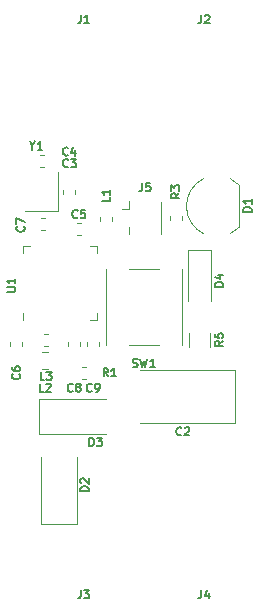
<source format=gbr>
G04 #@! TF.GenerationSoftware,KiCad,Pcbnew,5.1.5*
G04 #@! TF.CreationDate,2020-03-24T00:38:53+03:00*
G04 #@! TF.ProjectId,nordic-switch,6e6f7264-6963-42d7-9377-697463682e6b,1.0*
G04 #@! TF.SameCoordinates,Original*
G04 #@! TF.FileFunction,Legend,Top*
G04 #@! TF.FilePolarity,Positive*
%FSLAX46Y46*%
G04 Gerber Fmt 4.6, Leading zero omitted, Abs format (unit mm)*
G04 Created by KiCad (PCBNEW 5.1.5) date 2020-03-24 00:38:53*
%MOMM*%
%LPD*%
G04 APERTURE LIST*
%ADD10C,0.120000*%
%ADD11C,0.150000*%
G04 APERTURE END LIST*
D10*
X135778922Y-103590000D02*
X136296078Y-103590000D01*
X135778922Y-105010000D02*
X136296078Y-105010000D01*
X145885000Y-90850000D02*
X145885000Y-93550000D01*
X143165000Y-91440000D02*
X142535000Y-91440000D01*
X143165000Y-93600000D02*
X143165000Y-92960000D01*
X143165000Y-90800000D02*
X143165000Y-91440000D01*
X150100000Y-99250000D02*
X150100000Y-94950000D01*
X150100000Y-94950000D02*
X148100000Y-94950000D01*
X148100000Y-94950000D02*
X148100000Y-99250000D01*
X150010000Y-101897936D02*
X150010000Y-103102064D01*
X148190000Y-101897936D02*
X148190000Y-103102064D01*
X140690000Y-92475279D02*
X140690000Y-92149721D01*
X141710000Y-92475279D02*
X141710000Y-92149721D01*
X139050279Y-93610000D02*
X138724721Y-93610000D01*
X139050279Y-92590000D02*
X138724721Y-92590000D01*
X139475279Y-105810000D02*
X139149721Y-105810000D01*
X139475279Y-104790000D02*
X139149721Y-104790000D01*
X152450000Y-93000000D02*
X152450000Y-89400000D01*
X151722795Y-93524184D02*
G75*
G03X152450000Y-93000000I-1122795J2324184D01*
G01*
X149501193Y-93556400D02*
G75*
G02X148000000Y-91200000I1098807J2356400D01*
G01*
X149501193Y-88843600D02*
G75*
G03X148000000Y-91200000I1098807J-2356400D01*
G01*
X151722795Y-88875816D02*
G75*
G02X152450000Y-89400000I-1122795J-2324184D01*
G01*
X147610000Y-92037221D02*
X147610000Y-92362779D01*
X146590000Y-92037221D02*
X146590000Y-92362779D01*
X141200000Y-107500000D02*
X135500000Y-107500000D01*
X135500000Y-107500000D02*
X135500000Y-110500000D01*
X135500000Y-110500000D02*
X141200000Y-110500000D01*
X135700000Y-112400000D02*
X135700000Y-118100000D01*
X135700000Y-118100000D02*
X138700000Y-118100000D01*
X138700000Y-118100000D02*
X138700000Y-112400000D01*
X144050000Y-109560000D02*
X152110000Y-109560000D01*
X152110000Y-109560000D02*
X152110000Y-105040000D01*
X152110000Y-105040000D02*
X144050000Y-105040000D01*
X134300000Y-91625000D02*
X137100000Y-91625000D01*
X137100000Y-91625000D02*
X137100000Y-88325000D01*
X134190000Y-95140000D02*
X134190000Y-94590000D01*
X134190000Y-94590000D02*
X134740000Y-94590000D01*
X140410000Y-100260000D02*
X140410000Y-100810000D01*
X140410000Y-100810000D02*
X139860000Y-100810000D01*
X140410000Y-95140000D02*
X140410000Y-94590000D01*
X140410000Y-94590000D02*
X139860000Y-94590000D01*
X134190000Y-100260000D02*
X134190000Y-100810000D01*
X136250279Y-103010000D02*
X135924721Y-103010000D01*
X136250279Y-101990000D02*
X135924721Y-101990000D01*
X135950279Y-87910000D02*
X135624721Y-87910000D01*
X135950279Y-86890000D02*
X135624721Y-86890000D01*
X138610000Y-89824721D02*
X138610000Y-90150279D01*
X137590000Y-89824721D02*
X137590000Y-90150279D01*
X140610000Y-102724721D02*
X140610000Y-103050279D01*
X139590000Y-102724721D02*
X139590000Y-103050279D01*
X139010000Y-102724721D02*
X139010000Y-103050279D01*
X137990000Y-102724721D02*
X137990000Y-103050279D01*
X135724721Y-92190000D02*
X136050279Y-92190000D01*
X135724721Y-93210000D02*
X136050279Y-93210000D01*
X134110000Y-102724721D02*
X134110000Y-103050279D01*
X133090000Y-102724721D02*
X133090000Y-103050279D01*
X147630000Y-102980000D02*
X147600000Y-102980000D01*
X141170000Y-102980000D02*
X141200000Y-102980000D01*
X141170000Y-96520000D02*
X141200000Y-96520000D01*
X147600000Y-96520000D02*
X147630000Y-96520000D01*
X145700000Y-102980000D02*
X143100000Y-102980000D01*
X147630000Y-96520000D02*
X147630000Y-102980000D01*
X145700000Y-96520000D02*
X143100000Y-96520000D01*
X141170000Y-96520000D02*
X141170000Y-102980000D01*
D11*
X135920833Y-106916666D02*
X135587500Y-106916666D01*
X135587500Y-106216666D01*
X136120833Y-106283333D02*
X136154166Y-106250000D01*
X136220833Y-106216666D01*
X136387500Y-106216666D01*
X136454166Y-106250000D01*
X136487500Y-106283333D01*
X136520833Y-106350000D01*
X136520833Y-106416666D01*
X136487500Y-106516666D01*
X136087500Y-106916666D01*
X136520833Y-106916666D01*
X144266666Y-89216666D02*
X144266666Y-89716666D01*
X144233333Y-89816666D01*
X144166666Y-89883333D01*
X144066666Y-89916666D01*
X144000000Y-89916666D01*
X144933333Y-89216666D02*
X144600000Y-89216666D01*
X144566666Y-89550000D01*
X144600000Y-89516666D01*
X144666666Y-89483333D01*
X144833333Y-89483333D01*
X144900000Y-89516666D01*
X144933333Y-89550000D01*
X144966666Y-89616666D01*
X144966666Y-89783333D01*
X144933333Y-89850000D01*
X144900000Y-89883333D01*
X144833333Y-89916666D01*
X144666666Y-89916666D01*
X144600000Y-89883333D01*
X144566666Y-89850000D01*
X151116666Y-98016666D02*
X150416666Y-98016666D01*
X150416666Y-97850000D01*
X150450000Y-97750000D01*
X150516666Y-97683333D01*
X150583333Y-97650000D01*
X150716666Y-97616666D01*
X150816666Y-97616666D01*
X150950000Y-97650000D01*
X151016666Y-97683333D01*
X151083333Y-97750000D01*
X151116666Y-97850000D01*
X151116666Y-98016666D01*
X150650000Y-97016666D02*
X151116666Y-97016666D01*
X150383333Y-97183333D02*
X150883333Y-97350000D01*
X150883333Y-96916666D01*
X151116666Y-102616666D02*
X150783333Y-102850000D01*
X151116666Y-103016666D02*
X150416666Y-103016666D01*
X150416666Y-102750000D01*
X150450000Y-102683333D01*
X150483333Y-102650000D01*
X150550000Y-102616666D01*
X150650000Y-102616666D01*
X150716666Y-102650000D01*
X150750000Y-102683333D01*
X150783333Y-102750000D01*
X150783333Y-103016666D01*
X150416666Y-101983333D02*
X150416666Y-102316666D01*
X150750000Y-102350000D01*
X150716666Y-102316666D01*
X150683333Y-102250000D01*
X150683333Y-102083333D01*
X150716666Y-102016666D01*
X150750000Y-101983333D01*
X150816666Y-101950000D01*
X150983333Y-101950000D01*
X151050000Y-101983333D01*
X151083333Y-102016666D01*
X151116666Y-102083333D01*
X151116666Y-102250000D01*
X151083333Y-102316666D01*
X151050000Y-102350000D01*
X141516666Y-90416666D02*
X141516666Y-90750000D01*
X140816666Y-90750000D01*
X141516666Y-89816666D02*
X141516666Y-90216666D01*
X141516666Y-90016666D02*
X140816666Y-90016666D01*
X140916666Y-90083333D01*
X140983333Y-90150000D01*
X141016666Y-90216666D01*
X138783333Y-92150000D02*
X138750000Y-92183333D01*
X138650000Y-92216666D01*
X138583333Y-92216666D01*
X138483333Y-92183333D01*
X138416666Y-92116666D01*
X138383333Y-92050000D01*
X138350000Y-91916666D01*
X138350000Y-91816666D01*
X138383333Y-91683333D01*
X138416666Y-91616666D01*
X138483333Y-91550000D01*
X138583333Y-91516666D01*
X138650000Y-91516666D01*
X138750000Y-91550000D01*
X138783333Y-91583333D01*
X139416666Y-91516666D02*
X139083333Y-91516666D01*
X139050000Y-91850000D01*
X139083333Y-91816666D01*
X139150000Y-91783333D01*
X139316666Y-91783333D01*
X139383333Y-91816666D01*
X139416666Y-91850000D01*
X139450000Y-91916666D01*
X139450000Y-92083333D01*
X139416666Y-92150000D01*
X139383333Y-92183333D01*
X139316666Y-92216666D01*
X139150000Y-92216666D01*
X139083333Y-92183333D01*
X139050000Y-92150000D01*
X149266666Y-75016666D02*
X149266666Y-75516666D01*
X149233333Y-75616666D01*
X149166666Y-75683333D01*
X149066666Y-75716666D01*
X149000000Y-75716666D01*
X149566666Y-75083333D02*
X149600000Y-75050000D01*
X149666666Y-75016666D01*
X149833333Y-75016666D01*
X149900000Y-75050000D01*
X149933333Y-75083333D01*
X149966666Y-75150000D01*
X149966666Y-75216666D01*
X149933333Y-75316666D01*
X149533333Y-75716666D01*
X149966666Y-75716666D01*
X141383333Y-105616666D02*
X141150000Y-105283333D01*
X140983333Y-105616666D02*
X140983333Y-104916666D01*
X141250000Y-104916666D01*
X141316666Y-104950000D01*
X141350000Y-104983333D01*
X141383333Y-105050000D01*
X141383333Y-105150000D01*
X141350000Y-105216666D01*
X141316666Y-105250000D01*
X141250000Y-105283333D01*
X140983333Y-105283333D01*
X142050000Y-105616666D02*
X141650000Y-105616666D01*
X141850000Y-105616666D02*
X141850000Y-104916666D01*
X141783333Y-105016666D01*
X141716666Y-105083333D01*
X141650000Y-105116666D01*
X153516666Y-91656666D02*
X152816666Y-91656666D01*
X152816666Y-91490000D01*
X152850000Y-91390000D01*
X152916666Y-91323333D01*
X152983333Y-91290000D01*
X153116666Y-91256666D01*
X153216666Y-91256666D01*
X153350000Y-91290000D01*
X153416666Y-91323333D01*
X153483333Y-91390000D01*
X153516666Y-91490000D01*
X153516666Y-91656666D01*
X153516666Y-90590000D02*
X153516666Y-90990000D01*
X153516666Y-90790000D02*
X152816666Y-90790000D01*
X152916666Y-90856666D01*
X152983333Y-90923333D01*
X153016666Y-90990000D01*
X147416666Y-90116666D02*
X147083333Y-90350000D01*
X147416666Y-90516666D02*
X146716666Y-90516666D01*
X146716666Y-90250000D01*
X146750000Y-90183333D01*
X146783333Y-90150000D01*
X146850000Y-90116666D01*
X146950000Y-90116666D01*
X147016666Y-90150000D01*
X147050000Y-90183333D01*
X147083333Y-90250000D01*
X147083333Y-90516666D01*
X146716666Y-89883333D02*
X146716666Y-89450000D01*
X146983333Y-89683333D01*
X146983333Y-89583333D01*
X147016666Y-89516666D01*
X147050000Y-89483333D01*
X147116666Y-89450000D01*
X147283333Y-89450000D01*
X147350000Y-89483333D01*
X147383333Y-89516666D01*
X147416666Y-89583333D01*
X147416666Y-89783333D01*
X147383333Y-89850000D01*
X147350000Y-89883333D01*
X139783333Y-111516666D02*
X139783333Y-110816666D01*
X139950000Y-110816666D01*
X140050000Y-110850000D01*
X140116666Y-110916666D01*
X140150000Y-110983333D01*
X140183333Y-111116666D01*
X140183333Y-111216666D01*
X140150000Y-111350000D01*
X140116666Y-111416666D01*
X140050000Y-111483333D01*
X139950000Y-111516666D01*
X139783333Y-111516666D01*
X140416666Y-110816666D02*
X140850000Y-110816666D01*
X140616666Y-111083333D01*
X140716666Y-111083333D01*
X140783333Y-111116666D01*
X140816666Y-111150000D01*
X140850000Y-111216666D01*
X140850000Y-111383333D01*
X140816666Y-111450000D01*
X140783333Y-111483333D01*
X140716666Y-111516666D01*
X140516666Y-111516666D01*
X140450000Y-111483333D01*
X140416666Y-111450000D01*
X139716666Y-115316666D02*
X139016666Y-115316666D01*
X139016666Y-115150000D01*
X139050000Y-115050000D01*
X139116666Y-114983333D01*
X139183333Y-114950000D01*
X139316666Y-114916666D01*
X139416666Y-114916666D01*
X139550000Y-114950000D01*
X139616666Y-114983333D01*
X139683333Y-115050000D01*
X139716666Y-115150000D01*
X139716666Y-115316666D01*
X139083333Y-114650000D02*
X139050000Y-114616666D01*
X139016666Y-114550000D01*
X139016666Y-114383333D01*
X139050000Y-114316666D01*
X139083333Y-114283333D01*
X139150000Y-114250000D01*
X139216666Y-114250000D01*
X139316666Y-114283333D01*
X139716666Y-114683333D01*
X139716666Y-114250000D01*
X147583333Y-110550000D02*
X147550000Y-110583333D01*
X147450000Y-110616666D01*
X147383333Y-110616666D01*
X147283333Y-110583333D01*
X147216666Y-110516666D01*
X147183333Y-110450000D01*
X147150000Y-110316666D01*
X147150000Y-110216666D01*
X147183333Y-110083333D01*
X147216666Y-110016666D01*
X147283333Y-109950000D01*
X147383333Y-109916666D01*
X147450000Y-109916666D01*
X147550000Y-109950000D01*
X147583333Y-109983333D01*
X147850000Y-109983333D02*
X147883333Y-109950000D01*
X147950000Y-109916666D01*
X148116666Y-109916666D01*
X148183333Y-109950000D01*
X148216666Y-109983333D01*
X148250000Y-110050000D01*
X148250000Y-110116666D01*
X148216666Y-110216666D01*
X147816666Y-110616666D01*
X148250000Y-110616666D01*
X134966666Y-86083333D02*
X134966666Y-86416666D01*
X134733333Y-85716666D02*
X134966666Y-86083333D01*
X135200000Y-85716666D01*
X135800000Y-86416666D02*
X135400000Y-86416666D01*
X135600000Y-86416666D02*
X135600000Y-85716666D01*
X135533333Y-85816666D01*
X135466666Y-85883333D01*
X135400000Y-85916666D01*
X132816666Y-98433333D02*
X133383333Y-98433333D01*
X133450000Y-98400000D01*
X133483333Y-98366666D01*
X133516666Y-98300000D01*
X133516666Y-98166666D01*
X133483333Y-98100000D01*
X133450000Y-98066666D01*
X133383333Y-98033333D01*
X132816666Y-98033333D01*
X133516666Y-97333333D02*
X133516666Y-97733333D01*
X133516666Y-97533333D02*
X132816666Y-97533333D01*
X132916666Y-97600000D01*
X132983333Y-97666666D01*
X133016666Y-97733333D01*
X135983333Y-105916666D02*
X135650000Y-105916666D01*
X135650000Y-105216666D01*
X136150000Y-105216666D02*
X136583333Y-105216666D01*
X136350000Y-105483333D01*
X136450000Y-105483333D01*
X136516666Y-105516666D01*
X136550000Y-105550000D01*
X136583333Y-105616666D01*
X136583333Y-105783333D01*
X136550000Y-105850000D01*
X136516666Y-105883333D01*
X136450000Y-105916666D01*
X136250000Y-105916666D01*
X136183333Y-105883333D01*
X136150000Y-105850000D01*
X137983333Y-86850000D02*
X137950000Y-86883333D01*
X137850000Y-86916666D01*
X137783333Y-86916666D01*
X137683333Y-86883333D01*
X137616666Y-86816666D01*
X137583333Y-86750000D01*
X137550000Y-86616666D01*
X137550000Y-86516666D01*
X137583333Y-86383333D01*
X137616666Y-86316666D01*
X137683333Y-86250000D01*
X137783333Y-86216666D01*
X137850000Y-86216666D01*
X137950000Y-86250000D01*
X137983333Y-86283333D01*
X138583333Y-86450000D02*
X138583333Y-86916666D01*
X138416666Y-86183333D02*
X138250000Y-86683333D01*
X138683333Y-86683333D01*
X137983333Y-87850000D02*
X137950000Y-87883333D01*
X137850000Y-87916666D01*
X137783333Y-87916666D01*
X137683333Y-87883333D01*
X137616666Y-87816666D01*
X137583333Y-87750000D01*
X137550000Y-87616666D01*
X137550000Y-87516666D01*
X137583333Y-87383333D01*
X137616666Y-87316666D01*
X137683333Y-87250000D01*
X137783333Y-87216666D01*
X137850000Y-87216666D01*
X137950000Y-87250000D01*
X137983333Y-87283333D01*
X138216666Y-87216666D02*
X138650000Y-87216666D01*
X138416666Y-87483333D01*
X138516666Y-87483333D01*
X138583333Y-87516666D01*
X138616666Y-87550000D01*
X138650000Y-87616666D01*
X138650000Y-87783333D01*
X138616666Y-87850000D01*
X138583333Y-87883333D01*
X138516666Y-87916666D01*
X138316666Y-87916666D01*
X138250000Y-87883333D01*
X138216666Y-87850000D01*
X139983333Y-106850000D02*
X139950000Y-106883333D01*
X139850000Y-106916666D01*
X139783333Y-106916666D01*
X139683333Y-106883333D01*
X139616666Y-106816666D01*
X139583333Y-106750000D01*
X139550000Y-106616666D01*
X139550000Y-106516666D01*
X139583333Y-106383333D01*
X139616666Y-106316666D01*
X139683333Y-106250000D01*
X139783333Y-106216666D01*
X139850000Y-106216666D01*
X139950000Y-106250000D01*
X139983333Y-106283333D01*
X140316666Y-106916666D02*
X140450000Y-106916666D01*
X140516666Y-106883333D01*
X140550000Y-106850000D01*
X140616666Y-106750000D01*
X140650000Y-106616666D01*
X140650000Y-106350000D01*
X140616666Y-106283333D01*
X140583333Y-106250000D01*
X140516666Y-106216666D01*
X140383333Y-106216666D01*
X140316666Y-106250000D01*
X140283333Y-106283333D01*
X140250000Y-106350000D01*
X140250000Y-106516666D01*
X140283333Y-106583333D01*
X140316666Y-106616666D01*
X140383333Y-106650000D01*
X140516666Y-106650000D01*
X140583333Y-106616666D01*
X140616666Y-106583333D01*
X140650000Y-106516666D01*
X138383333Y-106850000D02*
X138350000Y-106883333D01*
X138250000Y-106916666D01*
X138183333Y-106916666D01*
X138083333Y-106883333D01*
X138016666Y-106816666D01*
X137983333Y-106750000D01*
X137950000Y-106616666D01*
X137950000Y-106516666D01*
X137983333Y-106383333D01*
X138016666Y-106316666D01*
X138083333Y-106250000D01*
X138183333Y-106216666D01*
X138250000Y-106216666D01*
X138350000Y-106250000D01*
X138383333Y-106283333D01*
X138783333Y-106516666D02*
X138716666Y-106483333D01*
X138683333Y-106450000D01*
X138650000Y-106383333D01*
X138650000Y-106350000D01*
X138683333Y-106283333D01*
X138716666Y-106250000D01*
X138783333Y-106216666D01*
X138916666Y-106216666D01*
X138983333Y-106250000D01*
X139016666Y-106283333D01*
X139050000Y-106350000D01*
X139050000Y-106383333D01*
X139016666Y-106450000D01*
X138983333Y-106483333D01*
X138916666Y-106516666D01*
X138783333Y-106516666D01*
X138716666Y-106550000D01*
X138683333Y-106583333D01*
X138650000Y-106650000D01*
X138650000Y-106783333D01*
X138683333Y-106850000D01*
X138716666Y-106883333D01*
X138783333Y-106916666D01*
X138916666Y-106916666D01*
X138983333Y-106883333D01*
X139016666Y-106850000D01*
X139050000Y-106783333D01*
X139050000Y-106650000D01*
X139016666Y-106583333D01*
X138983333Y-106550000D01*
X138916666Y-106516666D01*
X134250000Y-92916666D02*
X134283333Y-92950000D01*
X134316666Y-93050000D01*
X134316666Y-93116666D01*
X134283333Y-93216666D01*
X134216666Y-93283333D01*
X134150000Y-93316666D01*
X134016666Y-93350000D01*
X133916666Y-93350000D01*
X133783333Y-93316666D01*
X133716666Y-93283333D01*
X133650000Y-93216666D01*
X133616666Y-93116666D01*
X133616666Y-93050000D01*
X133650000Y-92950000D01*
X133683333Y-92916666D01*
X133616666Y-92683333D02*
X133616666Y-92216666D01*
X134316666Y-92516666D01*
X133850000Y-105416666D02*
X133883333Y-105450000D01*
X133916666Y-105550000D01*
X133916666Y-105616666D01*
X133883333Y-105716666D01*
X133816666Y-105783333D01*
X133750000Y-105816666D01*
X133616666Y-105850000D01*
X133516666Y-105850000D01*
X133383333Y-105816666D01*
X133316666Y-105783333D01*
X133250000Y-105716666D01*
X133216666Y-105616666D01*
X133216666Y-105550000D01*
X133250000Y-105450000D01*
X133283333Y-105416666D01*
X133216666Y-104816666D02*
X133216666Y-104950000D01*
X133250000Y-105016666D01*
X133283333Y-105050000D01*
X133383333Y-105116666D01*
X133516666Y-105150000D01*
X133783333Y-105150000D01*
X133850000Y-105116666D01*
X133883333Y-105083333D01*
X133916666Y-105016666D01*
X133916666Y-104883333D01*
X133883333Y-104816666D01*
X133850000Y-104783333D01*
X133783333Y-104750000D01*
X133616666Y-104750000D01*
X133550000Y-104783333D01*
X133516666Y-104816666D01*
X133483333Y-104883333D01*
X133483333Y-105016666D01*
X133516666Y-105083333D01*
X133550000Y-105116666D01*
X133616666Y-105150000D01*
X143466666Y-104783333D02*
X143566666Y-104816666D01*
X143733333Y-104816666D01*
X143800000Y-104783333D01*
X143833333Y-104750000D01*
X143866666Y-104683333D01*
X143866666Y-104616666D01*
X143833333Y-104550000D01*
X143800000Y-104516666D01*
X143733333Y-104483333D01*
X143600000Y-104450000D01*
X143533333Y-104416666D01*
X143500000Y-104383333D01*
X143466666Y-104316666D01*
X143466666Y-104250000D01*
X143500000Y-104183333D01*
X143533333Y-104150000D01*
X143600000Y-104116666D01*
X143766666Y-104116666D01*
X143866666Y-104150000D01*
X144100000Y-104116666D02*
X144266666Y-104816666D01*
X144400000Y-104316666D01*
X144533333Y-104816666D01*
X144700000Y-104116666D01*
X145333333Y-104816666D02*
X144933333Y-104816666D01*
X145133333Y-104816666D02*
X145133333Y-104116666D01*
X145066666Y-104216666D01*
X145000000Y-104283333D01*
X144933333Y-104316666D01*
X149266666Y-123716666D02*
X149266666Y-124216666D01*
X149233333Y-124316666D01*
X149166666Y-124383333D01*
X149066666Y-124416666D01*
X149000000Y-124416666D01*
X149900000Y-123950000D02*
X149900000Y-124416666D01*
X149733333Y-123683333D02*
X149566666Y-124183333D01*
X150000000Y-124183333D01*
X139066666Y-123716666D02*
X139066666Y-124216666D01*
X139033333Y-124316666D01*
X138966666Y-124383333D01*
X138866666Y-124416666D01*
X138800000Y-124416666D01*
X139333333Y-123716666D02*
X139766666Y-123716666D01*
X139533333Y-123983333D01*
X139633333Y-123983333D01*
X139700000Y-124016666D01*
X139733333Y-124050000D01*
X139766666Y-124116666D01*
X139766666Y-124283333D01*
X139733333Y-124350000D01*
X139700000Y-124383333D01*
X139633333Y-124416666D01*
X139433333Y-124416666D01*
X139366666Y-124383333D01*
X139333333Y-124350000D01*
X139066666Y-75016666D02*
X139066666Y-75516666D01*
X139033333Y-75616666D01*
X138966666Y-75683333D01*
X138866666Y-75716666D01*
X138800000Y-75716666D01*
X139766666Y-75716666D02*
X139366666Y-75716666D01*
X139566666Y-75716666D02*
X139566666Y-75016666D01*
X139500000Y-75116666D01*
X139433333Y-75183333D01*
X139366666Y-75216666D01*
M02*

</source>
